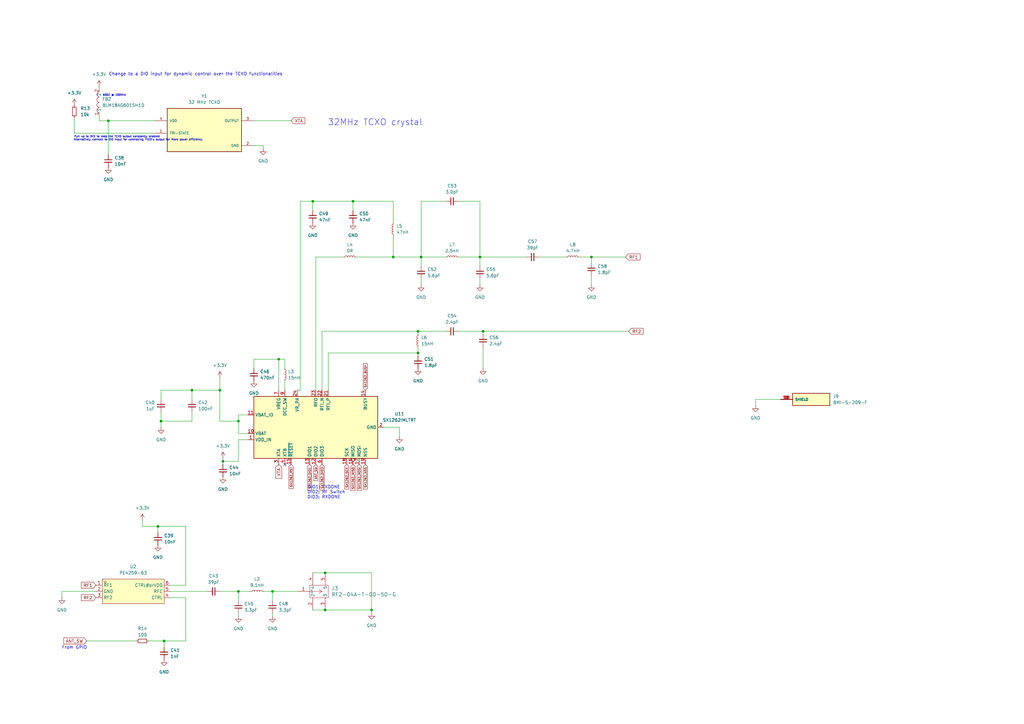
<source format=kicad_sch>
(kicad_sch (version 20231120) (generator "eeschema") (generator_version "8.0")
  (paper "A3")
  (lib_symbols
    (symbol "BMI-S-209-F:BMI-S-209-F" (pin_names (offset 1.016))
      (property "Reference" "J9" (at 8.89 1.2701 0))
      (property "Value" "BMI-S-209-F" (at 8.89 -1.2699 0))
      (symbol "BMI-S-209-F_0_0"
        (rectangle (start -7.62 2.54) (end 7.62 -2.54) (stroke (width 0.254)) (fill (type background)))
        (pin passive line (at -12.7 0 0) (length 5.08) (name "SHIELD") (number "S10"))
        (pin passive line (at -12.7 0 0) (length 5.08) (name "SHIELD") (number "S3"))
        (pin passive line (at -12.7 0 0) (length 5.08) (name "SHIELD") (number "S6"))
        (pin passive line (at -12.7 0 0) (length 5.08) (name "SHIELD") (number "S9"))
      )
    )
    (symbol "Device:C_Small" (pin_numbers hide) (pin_names (offset 0.254) hide)
      (property "Reference" "C" (at 0.254 1.778 0))
      (property "Value" "C_Small" (at 0.254 -2.032 0))
      (symbol "C_Small_0_1"
        (polyline (pts (xy -1.524 -0.508) (xy 1.524 -0.508)) (stroke (width 0.3302)))
        (polyline (pts (xy -1.524 0.508) (xy 1.524 0.508)) (stroke (width 0.3048)))
      )
      (symbol "C_Small_1_1"
        (pin passive line (at 0 2.54 270) (length 2.032) (name "~") (number "1"))
        (pin passive line (at 0 -2.54 90) (length 2.032) (name "~") (number "2"))
      )
    )
    (symbol "Device:L_Small" (pin_numbers hide) (pin_names (offset 0.254) hide)
      (property "Reference" "L" (at 0.762 1.016 0))
      (property "Value" "L_Small" (at 0.762 -1.016 0))
      (symbol "L_Small_0_1"
        (arc (start 0 -2.032) (mid 0.5058 -1.524) (end 0 -1.016))
        (arc (start 0 -1.016) (mid 0.5058 -0.508) (end 0 0))
        (arc (start 0 0) (mid 0.5058 0.508) (end 0 1.016))
        (arc (start 0 1.016) (mid 0.5058 1.524) (end 0 2.032))
      )
      (symbol "L_Small_1_1"
        (pin passive line (at 0 2.54 270) (length 0.508) (name "~") (number "1"))
        (pin passive line (at 0 -2.54 90) (length 0.508) (name "~") (number "2"))
      )
    )
    (symbol "Device:R_Small" (pin_numbers hide) (pin_names (offset 0.254) hide)
      (property "Reference" "R" (at 0.762 0.508 0))
      (property "Value" "R_Small" (at 0.762 -1.016 0))
      (symbol "R_Small_0_1"
        (rectangle (start -0.762 1.778) (end 0.762 -1.778) (stroke (width 0.2032)))
      )
      (symbol "R_Small_1_1"
        (pin passive line (at 0 2.54 270) (length 0.762) (name "~") (number "1"))
        (pin passive line (at 0 -2.54 90) (length 0.762) (name "~") (number "2"))
      )
    )
    (symbol "ECS-TXO-2520-33-320-AN-TR:ECS-TXO-2520-33-320-AN-TR" (pin_names (offset 1.016))
      (property "Reference" "Y" (at -15.7743 7.8872 0))
      (property "Value" "ECS-TXO-2520-33-320-AN-TR" (at -15.7951 -12.2286 0))
      (symbol "ECS-TXO-2520-33-320-AN-TR_0_0"
        (rectangle (start -15.24 -10.16) (end 15.24 7.62) (stroke (width 0.254)) (fill (type background)))
        (pin input line (at -20.32 -2.54 0) (length 5.08) (name "TRI-STATE") (number "1"))
        (pin power_in line (at 20.32 -7.62 180) (length 5.08) (name "GND") (number "2"))
        (pin output line (at 20.32 2.54 180) (length 5.08) (name "OUTPUT") (number "3"))
        (pin input line (at -20.32 2.54 0) (length 5.08) (name "VDD") (number "4"))
      )
    )
    (symbol "EasyEDA:BLM18AG601SH1D"
      (property "Reference" "L" (at 0 5.08 0))
      (property "Value" "BLM18AG601SH1D" (at 0 -5.08 0))
      (symbol "BLM18AG601SH1D_0_1"
        (arc (start -2.27 -0.02) (mid -3.28 0.9027) (end -4.29 -0.02))
        (arc (start -0.11 -0.02) (mid -1.12 0.9071) (end -2.13 -0.02))
        (arc (start 2.04 -0.02) (mid 1.03 0.9071) (end 0.02 -0.02))
        (arc (start 4.23 -0.02) (mid 3.22 0.9071) (end 2.21 -0.02))
        (pin unspecified line (at -5.08 0 0) (length 0.762) (name "1") (number "1"))
        (pin unspecified line (at 5.08 0 180) (length 0.762) (name "2") (number "2"))
      )
    )
    (symbol "EasyEDA:PE4259-63"
      (property "Reference" "U" (at 0 7.62 0))
      (property "Value" "PE4259-63" (at 0 -7.62 0))
      (symbol "PE4259-63_0_1"
        (rectangle (start -12.7 5.08) (end 12.7 -5.08) (fill (type background)))
        (circle (center -11.43 3.81) (radius 0.38))
        (pin unspecified line (at -15.24 2.54 0) (length 2.54) (name "RF1") (number "1"))
        (pin unspecified line (at -15.24 0 0) (length 2.54) (name "GND") (number "2"))
        (pin unspecified line (at -15.24 -2.54 0) (length 2.54) (name "RF2") (number "3"))
        (pin unspecified line (at 15.24 -2.54 180) (length 2.54) (name "CTRL") (number "4"))
        (pin unspecified line (at 15.24 0 180) (length 2.54) (name "RFC") (number "5"))
        (pin unspecified line (at 15.24 2.54 180) (length 2.54) (name "CTRL#orVDD") (number "6"))
      )
    )
    (symbol "RF:SX1262IMLTRT"
      (property "Reference" "U" (at 13.97 24.13 0))
      (property "Value" "SX1262IMLTRT" (at 13.97 21.59 0))
      (symbol "SX1262IMLTRT_0_1"
        (rectangle (start -12.7 25.4) (end 12.7 -25.4) (stroke (width 0.254)) (fill (type background)))
      )
      (symbol "SX1262IMLTRT_1_1"
        (pin power_in line (at -5.08 27.94 270) (length 2.54) (name "VDD_IN") (number "1"))
        (pin power_in line (at -2.54 27.94 270) (length 2.54) (name "VBAT") (number "10"))
        (pin power_in line (at 5.08 27.94 270) (length 2.54) (name "VBAT_IO") (number "11"))
        (pin bidirectional line (at -15.24 0 0) (length 2.54) (name "DIO2") (number "12"))
        (pin bidirectional line (at -15.24 2.54 0) (length 2.54) (name "DIO1") (number "13"))
        (pin output line (at 15.24 -20.32 180) (length 2.54) (name "BUSY") (number "14"))
        (pin input line (at -15.24 10.16 0) (length 2.54) (name "~{RESET}") (number "15"))
        (pin tri_state inverted (at -15.24 -15.24 0) (length 2.54) (name "MISO") (number "16"))
        (pin input line (at -15.24 -17.78 0) (length 2.54) (name "MOSI") (number "17"))
        (pin input line (at -15.24 -12.7 0) (length 2.54) (name "SCK") (number "18"))
        (pin input line (at -15.24 -20.32 0) (length 2.54) (name "NSS") (number "19"))
        (pin power_in line (at 0 -27.94 90) (length 2.54) (name "GND") (number "2"))
        (pin passive line (at 0 -27.94 90) (length 2.54) hide (name "GND") (number "20"))
        (pin input line (at 15.24 -5.08 180) (length 2.54) (name "RFI_P") (number "21"))
        (pin input line (at 15.24 -2.54 180) (length 2.54) (name "RFI_N") (number "22"))
        (pin output line (at 15.24 0 180) (length 2.54) (name "RFO") (number "23"))
        (pin power_out line (at 15.24 7.62 180) (length 2.54) (name "VR_PA") (number "24"))
        (pin passive line (at 0 -27.94 90) (length 2.54) hide (name "GND") (number "25"))
        (pin bidirectional line (at -15.24 15.24 0) (length 2.54) (name "XTA") (number "3"))
        (pin bidirectional line (at -15.24 12.7 0) (length 2.54) (name "XTB") (number "4"))
        (pin passive line (at 0 -27.94 90) (length 2.54) hide (name "GND") (number "5"))
        (pin bidirectional line (at -15.24 -2.54 0) (length 2.54) (name "DIO3") (number "6"))
        (pin power_out line (at 15.24 15.24 180) (length 2.54) (name "VREG") (number "7"))
        (pin passive line (at 0 -27.94 90) (length 2.54) hide (name "GND") (number "8"))
        (pin power_out line (at 15.24 12.7 180) (length 2.54) (name "DCC_SW") (number "9"))
      )
    )
    (symbol "SMA_Connector:RF2-04A-T-00-50-G" (pin_names (offset 0.254))
      (property "Reference" "J3" (at 13.97 1.2701 0))
      (property "Value" "RF2-04A-T-00-50-G" (at 13.97 -1.2699 0))
      (symbol "RF2-04A-T-00-50-G_1_1"
        (polyline (pts (xy 5.08 -2.54) (xy 12.7 -2.54)) (stroke (width 0.127)))
        (polyline (pts (xy 5.08 2.54) (xy 5.08 -2.54)) (stroke (width 0.127)))
        (polyline (pts (xy 10.16 0) (xy 5.08 0)) (stroke (width 0.127)))
        (polyline (pts (xy 10.16 0) (xy 8.89 -0.8467)) (stroke (width 0.127)))
        (polyline (pts (xy 10.16 0) (xy 8.89 0.8467)) (stroke (width 0.127)))
        (polyline (pts (xy 12.7 -2.54) (xy 12.7 2.54)) (stroke (width 0.127)))
        (polyline (pts (xy 12.7 2.54) (xy 5.08 2.54)) (stroke (width 0.127)))
        (pin unspecified line (at 0 0 0) (length 5.08) (name "1") (number "1"))
        (pin unspecified line (at 6.35 -7.62 90) (length 5.08) (name "2") (number "2"))
        (pin unspecified line (at 11.43 -7.62 90) (length 5.08) (name "3") (number "3"))
        (pin unspecified line (at 6.35 7.62 270) (length 5.08) (name "4") (number "4"))
        (pin unspecified line (at 11.43 7.62 270) (length 5.08) (name "5") (number "5"))
      )
      (symbol "RF2-04A-T-00-50-G_1_2"
        (polyline (pts (xy 5.08 -2.54) (xy 12.7 -2.54)) (stroke (width 0.127)))
        (polyline (pts (xy 5.08 2.54) (xy 5.08 -2.54)) (stroke (width 0.127)))
        (polyline (pts (xy 7.62 0) (xy 5.08 0)) (stroke (width 0.127)))
        (polyline (pts (xy 7.62 0) (xy 8.89 -0.8467)) (stroke (width 0.127)))
        (polyline (pts (xy 7.62 0) (xy 8.89 0.8467)) (stroke (width 0.127)))
        (polyline (pts (xy 12.7 -2.54) (xy 12.7 2.54)) (stroke (width 0.127)))
        (polyline (pts (xy 12.7 2.54) (xy 5.08 2.54)) (stroke (width 0.127)))
        (pin unspecified line (at 0 0 0) (length 5.08) (name "1") (number "1"))
      )
    )
    (symbol "power:+3.3V" (power) (pin_numbers hide) (pin_names (offset 0) hide)
      (property "Value" "+3.3V" (at 0 3.556 0))
      (symbol "+3.3V_0_1"
        (polyline (pts (xy -0.762 1.27) (xy 0 2.54)))
        (polyline (pts (xy 0 0) (xy 0 2.54)))
        (polyline (pts (xy 0 2.54) (xy 0.762 1.27)))
      )
      (symbol "+3.3V_1_1"
        (pin power_in line (at 0 0 90) (length 0) (name "~") (number "1"))
      )
    )
    (symbol "power:GND" (power) (pin_numbers hide) (pin_names (offset 0) hide)
      (property "Value" "GND" (at 0 -3.81 0))
      (symbol "GND_0_1"
        (polyline (pts (xy 0 0) (xy 0 -1.27) (xy 1.27 -1.27) (xy 0 -2.54) (xy -1.27 -1.27) (xy 0 -1.27)))
      )
      (symbol "GND_1_1"
        (pin power_in line (at 0 0 270) (length 0) (name "~") (number "1"))
      )
    )
  )
  (junction (at 198.12 135.89))
  (junction (at 242.57 105.41))
  (junction (at 66.04 172.72))
  (junction (at 64.77 215.9))
  (junction (at 172.72 105.41))
  (junction (at 91.44 189.23))
  (junction (at 128.27 82.55))
  (junction (at 144.78 82.55))
  (junction (at 111.76 242.57))
  (junction (at 161.29 105.41))
  (junction (at 171.45 135.89))
  (junction (at 152.4 250.19))
  (junction (at 97.79 242.57))
  (junction (at 114.3 147.32))
  (junction (at 133.35 250.19))
  (junction (at 67.31 262.89))
  (junction (at 78.74 160.02))
  (junction (at 44.45 49.53))
  (junction (at 196.85 105.41))
  (junction (at 133.35 234.95))
  (junction (at 97.79 172.72))
  (junction (at 90.17 160.02))
  (junction (at 171.45 144.78))
  (no_connect (at 116.84 190.5))
  (wire (pts (xy 128.27 250.19) (xy 133.35 250.19)))
  (wire (pts (xy 66.04 172.72) (xy 78.74 172.72)))
  (wire (pts (xy 116.84 147.32) (xy 114.3 147.32)))
  (wire (pts (xy 58.42 213.36) (xy 58.42 215.9)))
  (wire (pts (xy 63.5 54.61) (xy 30.48 54.61)))
  (wire (pts (xy 187.96 135.89) (xy 198.12 135.89)))
  (wire (pts (xy 163.83 175.26) (xy 163.83 179.07)))
  (wire (pts (xy 104.14 59.69) (xy 107.95 59.69)))
  (wire (pts (xy 44.45 49.53) (xy 44.45 63.5)))
  (wire (pts (xy 171.45 142.24) (xy 171.45 144.78)))
  (wire (pts (xy 90.17 160.02) (xy 90.17 172.72)))
  (wire (pts (xy 187.96 82.55) (xy 196.85 82.55)))
  (wire (pts (xy 40.64 35.56) (xy 40.64 36.83)))
  (wire (pts (xy 134.62 160.02) (xy 134.62 144.78)))
  (wire (pts (xy 78.74 160.02) (xy 78.74 163.83)))
  (wire (pts (xy 161.29 105.41) (xy 172.72 105.41)))
  (wire (pts (xy 30.48 54.61) (xy 30.48 48.26)))
  (wire (pts (xy 78.74 160.02) (xy 90.17 160.02)))
  (wire (pts (xy 196.85 114.3) (xy 196.85 116.84)))
  (wire (pts (xy 129.54 105.41) (xy 129.54 160.02)))
  (wire (pts (xy 76.2 262.89) (xy 67.31 262.89)))
  (wire (pts (xy 187.96 105.41) (xy 196.85 105.41)))
  (wire (pts (xy 40.64 49.53) (xy 40.64 46.99)))
  (wire (pts (xy 133.35 234.95) (xy 128.27 234.95)))
  (wire (pts (xy 66.04 172.72) (xy 66.04 168.91)))
  (wire (pts (xy 63.5 49.53) (xy 44.45 49.53)))
  (wire (pts (xy 123.19 82.55) (xy 128.27 82.55)))
  (wire (pts (xy 133.35 250.19) (xy 152.4 250.19)))
  (wire (pts (xy 172.72 114.3) (xy 172.72 116.84)))
  (wire (pts (xy 104.14 49.53) (xy 119.38 49.53)))
  (wire (pts (xy 220.98 105.41) (xy 232.41 105.41)))
  (wire (pts (xy 161.29 91.44) (xy 161.29 82.55)))
  (wire (pts (xy 111.76 242.57) (xy 111.76 246.38)))
  (wire (pts (xy 161.29 82.55) (xy 144.78 82.55)))
  (wire (pts (xy 171.45 135.89) (xy 182.88 135.89)))
  (wire (pts (xy 172.72 82.55) (xy 172.72 105.41)))
  (wire (pts (xy 196.85 105.41) (xy 196.85 109.22)))
  (wire (pts (xy 152.4 234.95) (xy 152.4 250.19)))
  (wire (pts (xy 107.95 59.69) (xy 107.95 60.96)))
  (wire (pts (xy 97.79 180.34) (xy 97.79 189.23)))
  (wire (pts (xy 152.4 234.95) (xy 133.35 234.95)))
  (wire (pts (xy 172.72 105.41) (xy 182.88 105.41)))
  (wire (pts (xy 25.4 242.57) (xy 39.37 242.57)))
  (wire (pts (xy 67.31 262.89) (xy 67.31 265.43)))
  (wire (pts (xy 97.79 177.8) (xy 101.6 177.8)))
  (wire (pts (xy 172.72 105.41) (xy 172.72 109.22)))
  (wire (pts (xy 123.19 160.02) (xy 121.92 160.02)))
  (wire (pts (xy 129.54 105.41) (xy 140.97 105.41)))
  (wire (pts (xy 91.44 190.5) (xy 91.44 189.23)))
  (wire (pts (xy 90.17 154.94) (xy 90.17 160.02)))
  (wire (pts (xy 171.45 144.78) (xy 171.45 146.05)))
  (wire (pts (xy 76.2 245.11) (xy 76.2 262.89)))
  (wire (pts (xy 161.29 96.52) (xy 161.29 105.41)))
  (wire (pts (xy 58.42 215.9) (xy 64.77 215.9)))
  (wire (pts (xy 66.04 163.83) (xy 66.04 160.02)))
  (wire (pts (xy 97.79 170.18) (xy 97.79 172.72)))
  (wire (pts (xy 196.85 82.55) (xy 196.85 105.41)))
  (wire (pts (xy 66.04 160.02) (xy 78.74 160.02)))
  (wire (pts (xy 69.85 240.03) (xy 76.2 240.03)))
  (wire (pts (xy 44.45 49.53) (xy 40.64 49.53)))
  (wire (pts (xy 76.2 215.9) (xy 64.77 215.9)))
  (wire (pts (xy 111.76 251.46) (xy 111.76 252.73)))
  (wire (pts (xy 128.27 82.55) (xy 128.27 86.36)))
  (wire (pts (xy 182.88 82.55) (xy 172.72 82.55)))
  (wire (pts (xy 132.08 160.02) (xy 132.08 135.89)))
  (wire (pts (xy 309.88 163.83) (xy 309.88 166.37)))
  (wire (pts (xy 134.62 144.78) (xy 171.45 144.78)))
  (wire (pts (xy 198.12 135.89) (xy 257.81 135.89)))
  (wire (pts (xy 198.12 151.13) (xy 198.12 142.24)))
  (wire (pts (xy 97.79 246.38) (xy 97.79 242.57)))
  (wire (pts (xy 114.3 160.02) (xy 114.3 147.32)))
  (wire (pts (xy 76.2 240.03) (xy 76.2 215.9)))
  (wire (pts (xy 78.74 168.91) (xy 78.74 172.72)))
  (wire (pts (xy 104.14 147.32) (xy 104.14 151.13)))
  (wire (pts (xy 66.04 172.72) (xy 66.04 175.26)))
  (wire (pts (xy 91.44 189.23) (xy 91.44 187.96)))
  (wire (pts (xy 237.49 105.41) (xy 242.57 105.41)))
  (wire (pts (xy 116.84 156.21) (xy 116.84 160.02)))
  (wire (pts (xy 116.84 151.13) (xy 116.84 147.32)))
  (wire (pts (xy 107.95 242.57) (xy 111.76 242.57)))
  (wire (pts (xy 196.85 105.41) (xy 215.9 105.41)))
  (wire (pts (xy 161.29 105.41) (xy 146.05 105.41)))
  (wire (pts (xy 171.45 137.16) (xy 171.45 135.89)))
  (wire (pts (xy 97.79 242.57) (xy 102.87 242.57)))
  (wire (pts (xy 69.85 242.57) (xy 85.09 242.57)))
  (wire (pts (xy 101.6 170.18) (xy 97.79 170.18)))
  (wire (pts (xy 101.6 180.34) (xy 97.79 180.34)))
  (wire (pts (xy 97.79 172.72) (xy 97.79 177.8)))
  (wire (pts (xy 114.3 147.32) (xy 104.14 147.32)))
  (wire (pts (xy 35.56 262.89) (xy 55.88 262.89)))
  (wire (pts (xy 60.96 262.89) (xy 67.31 262.89)))
  (wire (pts (xy 144.78 82.55) (xy 144.78 86.36)))
  (wire (pts (xy 64.77 215.9) (xy 64.77 218.44)))
  (wire (pts (xy 90.17 172.72) (xy 97.79 172.72)))
  (wire (pts (xy 97.79 189.23) (xy 91.44 189.23)))
  (wire (pts (xy 123.19 82.55) (xy 123.19 160.02)))
  (wire (pts (xy 90.17 242.57) (xy 97.79 242.57)))
  (wire (pts (xy 144.78 82.55) (xy 128.27 82.55)))
  (wire (pts (xy 198.12 135.89) (xy 198.12 137.16)))
  (wire (pts (xy 242.57 105.41) (xy 242.57 107.95)))
  (wire (pts (xy 132.08 135.89) (xy 171.45 135.89)))
  (wire (pts (xy 111.76 242.57) (xy 121.92 242.57)))
  (wire (pts (xy 320.04 163.83) (xy 309.88 163.83)))
  (wire (pts (xy 242.57 116.84) (xy 242.57 113.03)))
  (wire (pts (xy 97.79 251.46) (xy 97.79 252.73)))
  (wire (pts (xy 152.4 250.19) (xy 152.4 251.46)))
  (wire (pts (xy 69.85 245.11) (xy 76.2 245.11)))
  (wire (pts (xy 25.4 245.11) (xy 25.4 242.57)))
  (wire (pts (xy 157.48 175.26) (xy 163.83 175.26)))
  (wire (pts (xy 242.57 105.41) (xy 256.54 105.41)))
  (text "Change to a DIO input for dynamic control over the TCXO functionalities" (at 80.264 30.48 0) (effects (font (size 1.27 1.27))))
  (text "Alternatively connect to DIO input for controlling TXCO's output for more power efficiency" (at 56.642 57.404 0) (effects (font (size 0.762 0.762))))
  (text "600Z @ 100MHz" (at 46.99 39.116 0) (effects (font (size 0.762 0.762))))
  (text "From GPIO" (at 30.48 265.684 0) (effects (font (size 1.27 1.27))))
  (text "32MHz TCXO crystal" (at 153.924 50.292 0) (effects (font (size 2.54 2.54))))
  (text "Pull up to 3V3 to keep the TCXO output constantly enabled " (at 48.26 56.134 0) (effects (font (size 0.762 0.762))))
  (text "DIO1: TXDONE\n  DIO2: RF Switch\n DIO3: RXDONE " (at 132.842 201.93 0) (effects (font (size 1.27 1.27))))
  (global_label "ANT_SW" (shape input) (at 129.54 190.5 270) (effects (font (size 0.889 0.889))) (property "Intersheetrefs" "${INTERSHEET_REFS}" (effects (hide yes))))
  (global_label "RF2" (shape input) (at 257.81 135.89 0) (property "Intersheetrefs" "${INTERSHEET_REFS}" (effects (hide yes))))
  (global_label "SX1262_DIO3" (shape input) (at 132.08 190.5 270) (effects (font (size 0.889 0.889))) (property "Intersheetrefs" "${INTERSHEET_REFS}" (effects (hide yes))))
  (global_label "SX1262_MISO" (shape input) (at 144.78 190.5 270) (effects (font (size 0.889 0.889))) (property "Intersheetrefs" "${INTERSHEET_REFS}" (effects (hide yes))))
  (global_label "SX1262_BUSY" (shape input) (at 149.86 160.02 90) (effects (font (size 0.889 0.889))) (property "Intersheetrefs" "${INTERSHEET_REFS}" (effects (hide yes))))
  (global_label "SX1262_DIO1" (shape input) (at 127 190.5 270) (effects (font (size 0.889 0.889))) (property "Intersheetrefs" "${INTERSHEET_REFS}" (effects (hide yes))))
  (global_label "XTA" (shape input) (at 119.38 49.53 0) (property "Intersheetrefs" "${INTERSHEET_REFS}" (effects (hide yes))))
  (global_label "RF2" (shape input) (at 39.37 245.11 180) (property "Intersheetrefs" "${INTERSHEET_REFS}" (effects (hide yes))))
  (global_label "RF1" (shape input) (at 256.54 105.41 0) (property "Intersheetrefs" "${INTERSHEET_REFS}" (effects (hide yes))))
  (global_label "SX1262_MOSI" (shape input) (at 147.32 190.5 270) (effects (font (size 0.889 0.889))) (property "Intersheetrefs" "${INTERSHEET_REFS}" (effects (hide yes))))
  (global_label "RF1" (shape input) (at 39.37 240.03 180) (property "Intersheetrefs" "${INTERSHEET_REFS}" (effects (hide yes))))
  (global_label "SX1262_SCK" (shape input) (at 142.24 190.5 270) (effects (font (size 0.889 0.889))) (property "Intersheetrefs" "${INTERSHEET_REFS}" (effects (hide yes))))
  (global_label "ANT_SW" (shape input) (at 35.56 262.89 180) (property "Intersheetrefs" "${INTERSHEET_REFS}" (effects (hide yes))))
  (global_label "SX1262_NSS" (shape input) (at 149.86 190.5 270) (effects (font (size 0.889 0.889))) (property "Intersheetrefs" "${INTERSHEET_REFS}" (effects (hide yes))))
  (global_label "SX1262_RST" (shape input) (at 119.38 190.5 270) (effects (font (size 0.889 0.889))) (property "Intersheetrefs" "${INTERSHEET_REFS}" (effects (hide yes))))
  (global_label "XTA" (shape input) (at 114.3 190.5 270) (property "Intersheetrefs" "${INTERSHEET_REFS}" (effects (hide yes))))
  (symbol (lib_id "Device:L_Small") (at 171.45 139.7 180) (unit 1)
    (property "Reference" "L6" (at 172.72 138.4299 0) (effects (justify right)))
    (property "Value" "15nH" (at 172.72 140.9699 0) (effects (justify right)))
    (property "Footprint" "Inductor_SMD:L_0402_1005Metric" (effects (hide yes)))
    (property "Description" "Inductor, small symbol" (effects (hide yes)))
  )
  (symbol (lib_id "power:+3.3V") (at 90.17 154.94 0) (unit 1)
    (property "Reference" "#PWR070" (effects (hide yes)))
    (property "Value" "+3.3V" (at 90.17 149.86 0))
    (property "Description" "Power symbol creates a global label with name \"+3.3V\"" (effects (hide yes)))
  )
  (symbol (lib_id "power:GND") (at 152.4 251.46 0) (unit 1)
    (property "Reference" "#PWR079" (effects (hide yes)))
    (property "Value" "GND" (at 152.4 256.54 0))
    (property "Description" "Power symbol creates a global label with name \"GND\" , ground" (effects (hide yes)))
  )
  (symbol (lib_id "power:GND") (at 97.79 252.73 0) (unit 1)
    (property "Reference" "#PWR073" (effects (hide yes)))
    (property "Value" "GND" (at 97.79 257.81 0))
    (property "Description" "Power symbol creates a global label with name \"GND\" , ground" (effects (hide yes)))
  )
  (symbol (lib_id "Device:L_Small") (at 185.42 105.41 90) (unit 1)
    (property "Reference" "L7" (at 185.42 100.33 90))
    (property "Value" "2.5nH" (at 185.42 102.87 90))
    (property "Footprint" "Inductor_SMD:L_0402_1005Metric" (effects (hide yes)))
    (property "Description" "Inductor, small symbol" (effects (hide yes)))
  )
  (symbol (lib_id "Device:R_Small") (at 58.42 262.89 90) (unit 1)
    (property "Reference" "R14" (at 58.42 257.81 90))
    (property "Value" "100" (at 58.42 260.35 90))
    (property "Footprint" "Resistor_SMD:R_0402_1005Metric" (effects (hide yes)))
    (property "Description" "Resistor, small symbol" (effects (hide yes)))
  )
  (symbol (lib_id "power:GND") (at 242.57 116.84 0) (unit 1)
    (property "Reference" "#PWR085" (effects (hide yes)))
    (property "Value" "GND" (at 242.57 121.92 0))
    (property "Description" "Power symbol creates a global label with name \"GND\" , ground" (effects (hide yes)))
  )
  (symbol (lib_id "Device:L_Small") (at 234.95 105.41 90) (unit 1)
    (property "Reference" "L8" (at 234.95 100.33 90))
    (property "Value" "4.7nH" (at 234.95 102.87 90))
    (property "Footprint" "Inductor_SMD:L_0402_1005Metric" (effects (hide yes)))
    (property "Description" "Inductor, small symbol" (effects (hide yes)))
  )
  (symbol (lib_id "power:+3.3V") (at 30.48 43.18 0) (unit 1)
    (property "Reference" "#PWR063" (effects (hide yes)))
    (property "Value" "+3.3V" (at 30.48 38.1 0))
    (property "Description" "Power symbol creates a global label with name \"+3.3V\"" (effects (hide yes)))
  )
  (symbol (lib_id "Device:C_Small") (at 66.04 166.37 0) (mirror y) (unit 1)
    (property "Reference" "C40" (at 63.5 165.1062 0) (effects (justify left)))
    (property "Value" "1uF" (at 63.5 167.6462 0) (effects (justify left)))
    (property "Footprint" "Capacitor_SMD:C_0402_1005Metric" (effects (hide yes)))
    (property "Description" "Unpolarized capacitor, small symbol" (effects (hide yes)))
  )
  (symbol (lib_id "Device:L_Small") (at 105.41 242.57 90) (unit 1)
    (property "Reference" "L2" (at 105.41 237.49 90))
    (property "Value" "9.1nH" (at 105.41 240.03 90))
    (property "Footprint" "Inductor_SMD:L_0402_1005Metric" (effects (hide yes)))
    (property "Description" "Inductor, small symbol" (effects (hide yes)))
  )
  (symbol (lib_id "EasyEDA:BLM18AG601SH1D") (at 40.64 41.91 90) (unit 1)
    (property "Reference" "FB2" (at 41.91 40.6399 90) (effects (justify right)))
    (property "Value" "BLM18AG601SH1D" (at 41.91 43.1799 90) (effects (justify right)))
    (property "Footprint" "EasyEDA:L0603" (effects (hide yes)))
    (property "Datasheet" "https://lcsc.com/product-detail/Others_Murata-Electronics_BLM18AG601SH1D_Murata-Electronics-BLM18AG601SH1D_C73225.html" (effects (hide yes)))
    (property "LCSC Part" "C73225" (effects (hide yes)))
  )
  (symbol (lib_id "power:GND") (at 66.04 175.26 0) (unit 1)
    (property "Reference" "#PWR068" (effects (hide yes)))
    (property "Value" "GND" (at 66.04 180.34 0))
    (property "Description" "Power symbol creates a global label with name \"GND\" , ground" (effects (hide yes)))
  )
  (symbol (lib_id "power:GND") (at 91.44 195.58 0) (unit 1)
    (property "Reference" "#PWR072" (effects (hide yes)))
    (property "Value" "GND" (at 91.44 200.66 0))
    (property "Description" "Power symbol creates a global label with name \"GND\" , ground" (effects (hide yes)))
  )
  (symbol (lib_id "Device:C_Small") (at 111.76 248.92 180) (unit 1)
    (property "Reference" "C48" (at 114.3 247.6435 0) (effects (justify right)))
    (property "Value" "3.3pF" (at 114.3 250.1835 0) (effects (justify right)))
    (property "Footprint" "Capacitor_SMD:C_0402_1005Metric" (effects (hide yes)))
    (property "Description" "Unpolarized capacitor, small symbol" (effects (hide yes)))
  )
  (symbol (lib_id "Device:C_Small") (at 64.77 220.98 180) (unit 1)
    (property "Reference" "C39" (at 67.31 219.7035 0) (effects (justify right)))
    (property "Value" "10nF" (at 67.31 222.2435 0) (effects (justify right)))
    (property "Footprint" "Capacitor_SMD:C_0402_1005Metric" (effects (hide yes)))
    (property "Description" "Unpolarized capacitor, small symbol" (effects (hide yes)))
  )
  (symbol (lib_id "Device:L_Small") (at 116.84 153.67 0) (unit 1)
    (property "Reference" "L3" (at 118.11 152.3999 0) (effects (justify left)))
    (property "Value" "15nH" (at 118.11 154.9399 0) (effects (justify left)))
    (property "Footprint" "Inductor_SMD:L_0402_1005Metric" (effects (hide yes)))
    (property "Description" "Inductor, small symbol" (effects (hide yes)))
  )
  (symbol (lib_id "RF:SX1262IMLTRT") (at 129.54 175.26 90) (unit 1)
    (property "Reference" "U11" (at 163.83 169.7638 90))
    (property "Value" "SX1262IMLTRT" (at 163.83 172.3038 90))
    (property "Footprint" "Package_DFN_QFN:QFN-24-1EP_4x4mm_P0.5mm_EP2.6x2.6mm" (effects (hide yes)))
    (property "Datasheet" "https://semtech.file.force.com/sfc/dist/version/download/?oid=00DE0000000JelG&ids=0682R00000IjPWSQA3&d=%2Fa%2F2R000000Un7F%2FyT.fKdAr9ZAo3cJLc4F2cBdUsMftpT2vsOICP7NmvMo" (effects (hide yes)))
    (property "Description" "150 MHz to 960 MHz Low Power Long Range Transceiver, 22dBm output power, spreading factor from 5 to 12, LoRA, QFN-24" (effects (hide yes)))
  )
  (symbol (lib_id "power:GND") (at 64.77 223.52 0) (unit 1)
    (property "Reference" "#PWR067" (effects (hide yes)))
    (property "Value" "GND" (at 64.77 228.6 0))
    (property "Description" "Power symbol creates a global label with name \"GND\" , ground" (effects (hide yes)))
  )
  (symbol (lib_id "Device:C_Small") (at 218.44 105.41 90) (unit 1)
    (property "Reference" "C57" (at 218.4463 99.06 90))
    (property "Value" "39pF" (at 218.4463 101.6 90))
    (property "Footprint" "Capacitor_SMD:C_0402_1005Metric" (effects (hide yes)))
    (property "Description" "Unpolarized capacitor, small symbol" (effects (hide yes)))
  )
  (symbol (lib_id "Device:C_Small") (at 104.14 153.67 0) (unit 1)
    (property "Reference" "C46" (at 106.68 152.4062 0) (effects (justify left)))
    (property "Value" "470nF" (at 106.68 154.9462 0) (effects (justify left)))
    (property "Footprint" "Capacitor_SMD:C_0402_1005Metric" (effects (hide yes)))
    (property "Description" "Unpolarized capacitor, small symbol" (effects (hide yes)))
  )
  (symbol (lib_id "Device:C_Small") (at 196.85 111.76 0) (unit 1)
    (property "Reference" "C55" (at 199.39 110.4962 0) (effects (justify left)))
    (property "Value" "5.6pF" (at 199.39 113.0362 0) (effects (justify left)))
    (property "Footprint" "Capacitor_SMD:C_0402_1005Metric" (effects (hide yes)))
    (property "Description" "Unpolarized capacitor, small symbol" (effects (hide yes)))
  )
  (symbol (lib_id "Device:C_Small") (at 144.78 88.9 0) (unit 1)
    (property "Reference" "C50" (at 147.32 87.6362 0) (effects (justify left)))
    (property "Value" "47nF" (at 147.32 90.1762 0) (effects (justify left)))
    (property "Footprint" "Capacitor_SMD:C_0402_1005Metric" (effects (hide yes)))
    (property "Description" "Unpolarized capacitor, small symbol" (effects (hide yes)))
  )
  (symbol (lib_id "power:GND") (at 171.45 151.13 0) (unit 1)
    (property "Reference" "#PWR081" (effects (hide yes)))
    (property "Value" "GND" (at 171.45 156.21 0))
    (property "Description" "Power symbol creates a global label with name \"GND\" , ground" (effects (hide yes)))
  )
  (symbol (lib_id "Device:C_Small") (at 198.12 139.7 180) (unit 1)
    (property "Reference" "C56" (at 200.66 138.4235 0) (effects (justify right)))
    (property "Value" "2.4pF" (at 200.66 140.9635 0) (effects (justify right)))
    (property "Footprint" "Capacitor_SMD:C_0402_1005Metric" (effects (hide yes)))
    (property "Description" "Unpolarized capacitor, small symbol" (effects (hide yes)))
  )
  (symbol (lib_id "Device:C_Small") (at 128.27 88.9 0) (unit 1)
    (property "Reference" "C49" (at 130.81 87.6362 0) (effects (justify left)))
    (property "Value" "47nF" (at 130.81 90.1762 0) (effects (justify left)))
    (property "Footprint" "Capacitor_SMD:C_0402_1005Metric" (effects (hide yes)))
    (property "Description" "Unpolarized capacitor, small symbol" (effects (hide yes)))
  )
  (symbol (lib_id "power:GND") (at 309.88 166.37 0) (unit 1)
    (property "Reference" "#PWR035" (effects (hide yes)))
    (property "Value" "GND" (at 309.88 171.45 0))
    (property "Description" "Power symbol creates a global label with name \"GND\" , ground" (effects (hide yes)))
  )
  (symbol (lib_id "Device:C_Small") (at 78.74 166.37 0) (unit 1)
    (property "Reference" "C42" (at 81.28 165.1062 0) (effects (justify left)))
    (property "Value" "100nF" (at 81.28 167.6462 0) (effects (justify left)))
    (property "Footprint" "Capacitor_SMD:C_0402_1005Metric" (effects (hide yes)))
    (property "Description" "Unpolarized capacitor, small symbol" (effects (hide yes)))
  )
  (symbol (lib_id "power:GND") (at 107.95 60.96 0) (unit 1)
    (property "Reference" "#PWR075" (effects (hide yes)))
    (property "Value" "GND" (at 107.95 66.04 0))
    (property "Description" "Power symbol creates a global label with name \"GND\" , ground" (effects (hide yes)))
  )
  (symbol (lib_id "power:GND") (at 172.72 116.84 0) (unit 1)
    (property "Reference" "#PWR082" (effects (hide yes)))
    (property "Value" "GND" (at 172.72 121.92 0))
    (property "Description" "Power symbol creates a global label with name \"GND\" , ground" (effects (hide yes)))
  )
  (symbol (lib_id "power:GND") (at 198.12 151.13 0) (unit 1)
    (property "Reference" "#PWR084" (effects (hide yes)))
    (property "Value" "GND" (at 198.12 156.21 0))
    (property "Description" "Power symbol creates a global label with name \"GND\" , ground" (effects (hide yes)))
  )
  (symbol (lib_id "Device:C_Small") (at 172.72 111.76 0) (unit 1)
    (property "Reference" "C52" (at 175.26 110.4962 0) (effects (justify left)))
    (property "Value" "5.6pF" (at 175.26 113.0362 0) (effects (justify left)))
    (property "Footprint" "Capacitor_SMD:C_0402_1005Metric" (effects (hide yes)))
    (property "Description" "Unpolarized capacitor, small symbol" (effects (hide yes)))
  )
  (symbol (lib_id "EasyEDA:PE4259-63") (at 54.61 242.57 0) (unit 1)
    (property "Reference" "U2" (at 54.61 232.41 0))
    (property "Value" "PE4259-63" (at 54.61 234.95 0))
    (property "Footprint" "EasyEDA:SC-70-6_L2.2-W1.3-P0.65-LS2.1-BL" (effects (hide yes)))
    (property "Datasheet" "https://lcsc.com/product-detail/RF-Switches_PS-PE4259-63_C470892.html" (effects (hide yes)))
    (property "LCSC Part" "C470892" (effects (hide yes)))
  )
  (symbol (lib_id "power:GND") (at 44.45 68.58 0) (unit 1)
    (property "Reference" "#PWR065" (effects (hide yes)))
    (property "Value" "GND" (at 44.45 73.66 0))
    (property "Description" "Power symbol creates a global label with name \"GND\" , ground" (effects (hide yes)))
  )
  (symbol (lib_id "Device:C_Small") (at 171.45 148.59 180) (unit 1)
    (property "Reference" "C51" (at 173.99 147.3135 0) (effects (justify right)))
    (property "Value" "1.8pF" (at 173.99 149.8535 0) (effects (justify right)))
    (property "Footprint" "Capacitor_SMD:C_0402_1005Metric" (effects (hide yes)))
    (property "Description" "Unpolarized capacitor, small symbol" (effects (hide yes)))
  )
  (symbol (lib_id "Device:C_Small") (at 185.42 135.89 90) (unit 1)
    (property "Reference" "C54" (at 185.4263 129.54 90))
    (property "Value" "2.4pF" (at 185.4263 132.08 90))
    (property "Footprint" "Capacitor_SMD:C_0402_1005Metric" (effects (hide yes)))
    (property "Description" "Unpolarized capacitor, small symbol" (effects (hide yes)))
  )
  (symbol (lib_id "power:GND") (at 163.83 179.07 0) (unit 1)
    (property "Reference" "#PWR080" (effects (hide yes)))
    (property "Value" "GND" (at 163.83 184.15 0))
    (property "Description" "Power symbol creates a global label with name \"GND\" , ground" (effects (hide yes)))
  )
  (symbol (lib_id "Device:C_Small") (at 44.45 66.04 0) (unit 1)
    (property "Reference" "C38" (at 46.99 64.7762 0) (effects (justify left)))
    (property "Value" "10nF" (at 46.99 67.3162 0) (effects (justify left)))
    (property "Footprint" "Capacitor_SMD:C_0402_1005Metric" (effects (hide yes)))
    (property "Description" "Unpolarized capacitor, small symbol" (effects (hide yes)))
  )
  (symbol (lib_id "BMI-S-209-F:BMI-S-209-F") (at 332.74 163.83 0) (unit 1)
    (property "Reference" "J9" (at 341.63 162.5599 0) (effects (justify left)))
    (property "Value" "BMI-S-209-F" (at 341.63 165.0999 0) (effects (justify left)))
    (property "Footprint" "Lora_shield:LAIRD_BMI-S-209-F" (effects (hide yes)))
    (property "MF" "Laird Technologies" (effects (hide yes)))
    (property "MAXIMUM_PACKAGE_HEIGHT" "7.0 mm" (effects (hide yes)))
    (property "Package" "None" (effects (hide yes)))
    (property "Price" "None" (effects (hide yes)))
    (property "Check_prices" "https://www.snapeda.com/parts/BMI-S-209-F/Laird/view-part/?ref=eda" (effects (hide yes)))
    (property "STANDARD" "Manufacturer Recommendations" (effects (hide yes)))
    (property "PARTREV" "N/A" (effects (hide yes)))
    (property "SnapEDA_Link" "https://www.snapeda.com/parts/BMI-S-209-F/Laird/view-part/?ref=snap" (effects (hide yes)))
    (property "MP" "BMI-S-209-F" (effects (hide yes)))
    (property "Description_1" "\n                        \n                            RF Shield Frame 0.728 (18.50mm) X 1.156 (29.36mm) Surface Mount\n                        \n" (effects (hide yes)))
    (property "Availability" "In Stock" (effects (hide yes)))
    (property "MANUFACTURER" "Laird Technologies" (effects (hide yes)))
  )
  (symbol (lib_id "power:GND") (at 111.76 252.73 0) (unit 1)
    (property "Reference" "#PWR076" (effects (hide yes)))
    (property "Value" "GND" (at 111.76 257.81 0))
    (property "Description" "Power symbol creates a global label with name \"GND\" , ground" (effects (hide yes)))
  )
  (symbol (lib_id "Device:C_Small") (at 97.79 248.92 180) (unit 1)
    (property "Reference" "C45" (at 100.1356 247.6435 0) (effects (justify right)))
    (property "Value" "3.3pF" (at 100.1356 250.1835 0) (effects (justify right)))
    (property "Footprint" "Capacitor_SMD:C_0402_1005Metric" (effects (hide yes)))
    (property "Description" "Unpolarized capacitor, small symbol" (effects (hide yes)))
  )
  (symbol (lib_id "power:+3.3V") (at 40.64 35.56 0) (unit 1)
    (property "Reference" "#PWR064" (effects (hide yes)))
    (property "Value" "+3.3V" (at 40.64 30.48 0))
    (property "Description" "Power symbol creates a global label with name \"+3.3V\"" (effects (hide yes)))
  )
  (symbol (lib_id "power:GND") (at 67.31 270.51 0) (unit 1)
    (property "Reference" "#PWR069" (effects (hide yes)))
    (property "Value" "GND" (at 67.31 275.59 0))
    (property "Description" "Power symbol creates a global label with name \"GND\" , ground" (effects (hide yes)))
  )
  (symbol (lib_id "power:+3.3V") (at 58.42 213.36 0) (unit 1)
    (property "Reference" "#PWR066" (effects (hide yes)))
    (property "Value" "+3.3V" (at 58.42 208.28 0))
    (property "Description" "Power symbol creates a global label with name \"+3.3V\"" (effects (hide yes)))
  )
  (symbol (lib_id "Device:C_Small") (at 242.57 110.49 180) (unit 1)
    (property "Reference" "C58" (at 245.11 109.2135 0) (effects (justify right)))
    (property "Value" "1.8pF" (at 245.11 111.7535 0) (effects (justify right)))
    (property "Footprint" "Capacitor_SMD:C_0402_1005Metric" (effects (hide yes)))
    (property "Description" "Unpolarized capacitor, small symbol" (effects (hide yes)))
  )
  (symbol (lib_id "Device:L_Small") (at 143.51 105.41 90) (unit 1)
    (property "Reference" "L4" (at 143.51 100.33 90))
    (property "Value" "0R" (at 143.51 102.87 90))
    (property "Footprint" "Inductor_SMD:L_0402_1005Metric" (effects (hide yes)))
    (property "Description" "Inductor, small symbol" (effects (hide yes)))
  )
  (symbol (lib_id "ECS-TXO-2520-33-320-AN-TR:ECS-TXO-2520-33-320-AN-TR") (at 83.82 52.07 0) (unit 1)
    (property "Reference" "Y1" (at 83.82 39.37 0))
    (property "Value" "32 MHz TCXO" (at 83.82 41.91 0))
    (property "Footprint" "TXTO:OSC_ECS-TXO-2520-33-320-AN-TR" (effects (hide yes)))
    (property "MF" "ECS Inc." (effects (hide yes)))
    (property "Description_1" "\n                        \n                            32 MHz TCXO HCMOS Oscillator 3.3V Enable/Disable 4-SMD, No Lead\n                        \n" (effects (hide yes)))
    (property "Package" "SMD-4 ECS Inc." (effects (hide yes)))
    (property "Price" "None" (effects (hide yes)))
    (property "Check_prices" "https://www.snapeda.com/parts/ECS-TXO-2520-33-320-AN-TR/ECS/view-part/?ref=eda" (effects (hide yes)))
    (property "STANDARD" "Manufcaturer Recommendations" (effects (hide yes)))
    (property "PARTREV" "2017" (effects (hide yes)))
    (property "SnapEDA_Link" "https://www.snapeda.com/parts/ECS-TXO-2520-33-320-AN-TR/ECS/view-part/?ref=snap" (effects (hide yes)))
    (property "MP" "ECS-TXO-2520-33-320-AN-TR" (effects (hide yes)))
    (property "Availability" "In Stock" (effects (hide yes)))
    (property "MANUFACTURER" "ECS INC" (effects (hide yes)))
  )
  (symbol (lib_id "Device:C_Small") (at 67.31 267.97 180) (unit 1)
    (property "Reference" "C41" (at 69.85 266.6935 0) (effects (justify right)))
    (property "Value" "1nF" (at 69.85 269.2335 0) (effects (justify right)))
    (property "Footprint" "Capacitor_SMD:C_0402_1005Metric" (effects (hide yes)))
    (property "Description" "Unpolarized capacitor, small symbol" (effects (hide yes)))
  )
  (symbol (lib_id "power:GND") (at 144.78 91.44 0) (unit 1)
    (property "Reference" "#PWR078" (effects (hide yes)))
    (property "Value" "GND" (at 144.78 96.52 0))
    (property "Description" "Power symbol creates a global label with name \"GND\" , ground" (effects (hide yes)))
  )
  (symbol (lib_id "power:GND") (at 104.14 156.21 0) (unit 1)
    (property "Reference" "#PWR074" (effects (hide yes)))
    (property "Value" "GND" (at 104.14 161.29 0))
    (property "Description" "Power symbol creates a global label with name \"GND\" , ground" (effects (hide yes)))
  )
  (symbol (lib_id "Device:C_Small") (at 87.63 242.57 270) (unit 1)
    (property "Reference" "C43" (at 87.6236 236.22 90))
    (property "Value" "39pF" (at 87.6236 238.76 90))
    (property "Footprint" "Capacitor_SMD:C_0402_1005Metric" (effects (hide yes)))
    (property "Description" "Unpolarized capacitor, small symbol" (effects (hide yes)))
  )
  (symbol (lib_id "Device:C_Small") (at 91.44 193.04 0) (unit 1)
    (property "Reference" "C44" (at 93.98 191.7762 0) (effects (justify left)))
    (property "Value" "10nF" (at 93.98 194.3162 0) (effects (justify left)))
    (property "Footprint" "Capacitor_SMD:C_0402_1005Metric" (effects (hide yes)))
    (property "Description" "Unpolarized capacitor, small symbol" (effects (hide yes)))
  )
  (symbol (lib_id "power:+3.3V") (at 91.44 187.96 0) (unit 1)
    (property "Reference" "#PWR071" (effects (hide yes)))
    (property "Value" "+3.3V" (at 91.44 182.88 0))
    (property "Description" "Power symbol creates a global label with name \"+3.3V\"" (effects (hide yes)))
  )
  (symbol (lib_id "Device:L_Small") (at 161.29 93.98 180) (unit 1)
    (property "Reference" "L5" (at 162.56 92.7099 0) (effects (justify right)))
    (property "Value" "47nH" (at 162.56 95.2499 0) (effects (justify right)))
    (property "Footprint" "Inductor_SMD:L_0402_1005Metric" (effects (hide yes)))
    (property "Description" "Inductor, small symbol" (effects (hide yes)))
  )
  (symbol (lib_id "power:GND") (at 25.4 245.11 0) (unit 1)
    (property "Reference" "#PWR062" (effects (hide yes)))
    (property "Value" "GND" (at 25.4 250.19 0))
    (property "Description" "Power symbol creates a global label with name \"GND\" , ground" (effects (hide yes)))
  )
  (symbol (lib_id "power:GND") (at 128.27 91.44 0) (unit 1)
    (property "Reference" "#PWR077" (effects (hide yes)))
    (property "Value" "GND" (at 128.27 96.52 0))
    (property "Description" "Power symbol creates a global label with name \"GND\" , ground" (effects (hide yes)))
  )
  (symbol (lib_id "Device:C_Small") (at 185.42 82.55 90) (unit 1)
    (property "Reference" "C53" (at 185.4263 76.2 90))
    (property "Value" "3.0pF" (at 185.4263 78.74 90))
    (property "Footprint" "Capacitor_SMD:C_0402_1005Metric" (effects (hide yes)))
    (property "Description" "Unpolarized capacitor, small symbol" (effects (hide yes)))
  )
  (symbol (lib_id "power:GND") (at 196.85 116.84 0) (unit 1)
    (property "Reference" "#PWR083" (effects (hide yes)))
    (property "Value" "GND" (at 196.85 121.92 0))
    (property "Description" "Power symbol creates a global label with name \"GND\" , ground" (effects (hide yes)))
  )
  (symbol (lib_id "Device:R_Small") (at 30.48 45.72 0) (unit 1)
    (property "Reference" "R13" (at 33.02 44.4499 0) (effects (justify left)))
    (property "Value" "10k" (at 33.02 46.9899 0) (effects (justify left)))
    (property "Footprint" "Resistor_SMD:R_0402_1005Metric" (effects (hide yes)))
    (property "Description" "Resistor, small symbol" (effects (hide yes)))
  )
  (symbol (lib_id "SMA_Connector:RF2-04A-T-00-50-G") (at 121.92 242.57 0) (unit 1)
    (property "Reference" "J3" (at 135.89 241.2999 0) (effects (font (size 1.524 1.524)) (justify left)))
    (property "Value" "RF2-04A-T-00-50-G" (at 135.89 243.8399 0) (effects (font (size 1.524 1.524)) (justify left)))
    (property "Footprint" "SMA_connector:CONN_RF2-04A-T-00-50-G_ADM" (effects (hide yes)))
    (property "Datasheet" "RF2-04A-T-00-50-G" (effects (hide yes)))
  )
)
</source>
